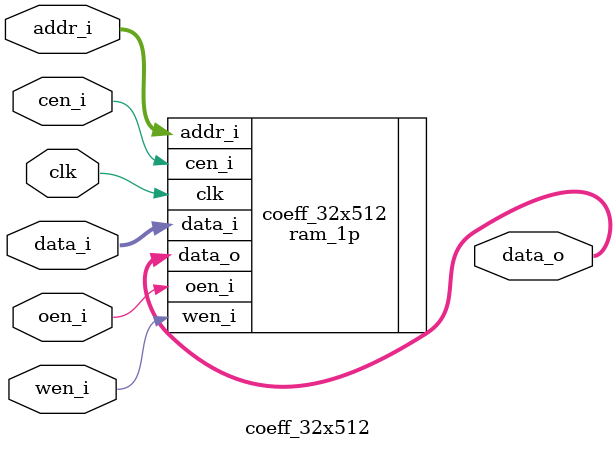
<source format=v>
module          coeff_32x512(
                      clk    ,
		                  cen_i  ,
		                  oen_i  ,
		                  wen_i  ,
		                  addr_i ,
		                  data_i ,		
		                  data_o		        
);


// ********************************************
//                                             
//    Input/Output DECLARATION                    
//                                             
// ********************************************

input                        clk;      
input   		                 cen_i;    
input   		                 oen_i;    
input   		                 wen_i;    
input         [4:0]       addr_i;   
input        [511:0]       data_i;   
output	      [511:0]       data_o;   


// ********************************************
//                                             
//    Sub  module                   
//                                             
// ********************************************

ram_1p   #(.Word_Width(512),.Addr_Width(5))
           coeff_32x512(
                    .clk(clk),
                    .cen_i(cen_i),
                    .oen_i(oen_i),
                    .wen_i(wen_i),
                    .addr_i(addr_i),
                    .data_i(data_i),
                    .data_o(data_o)
   ); 
   
endmodule


</source>
